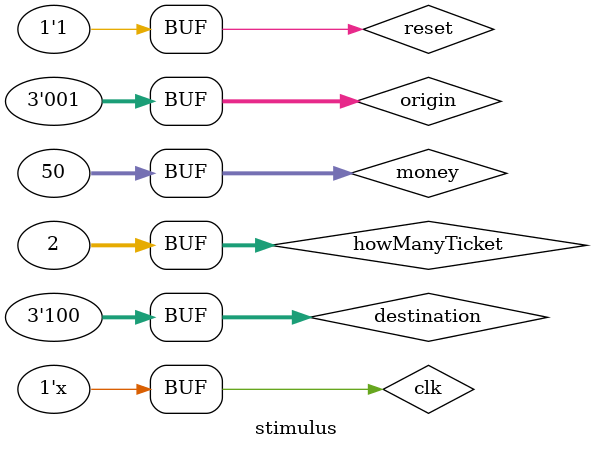
<source format=v>
module stimulus;
  
  reg clk, reset;
  reg[31:0] howManyTicket;
  reg[2:0] origin, destination;
  reg[31:0] money;
  wire[31:0] costOfTicket, moneyToPay, totalMoney;   

  vending_machine vm(clk, reset, howManyTicket, origin, destination, money, costOfTicket, moneyToPay, totalMoney);

  initial clk = 1'b0;
  always #5 clk = ~clk;
  
  initial begin 
	$display( "        s1	s2	s3	s4	s5\ns1	5	10	15	20	25\ns2	10	5	10	15	20\ns3	15	10	5	10	15\ns4	20	15	10	5	10\ns5	25	20	15	10	5");
  end

  initial begin
	  reset = 1;
    #10 reset = 0;
    origin = 2;
    destination = 5;
    #10 howManyTicket = 2;
    #10 money = 10;
    #10 money = 10;
    #10 money = 10;
    #10 money = 10;
    #10 reset = 1;
    
    #10 reset = 0;
    origin = 1;
    destination = 5;
    #10 howManyTicket = 3;
    #10 money = 10;
    #10 money = 10;
    #10 reset = 1;
    
    #10 reset = 0;
    origin = 1;
    destination = 4;
    #10 howManyTicket = 2;
    #10 money = 10;
    #10 money = 10;
    #10 money = 50;
    #10 reset = 1;
    
  end


  //initial $monitor("costOfTicket : %d \t moneyToPay : %d \t totalMoney : %d\n", costOfTicket, moneyToPay, totalMoney);
endmodule
</source>
